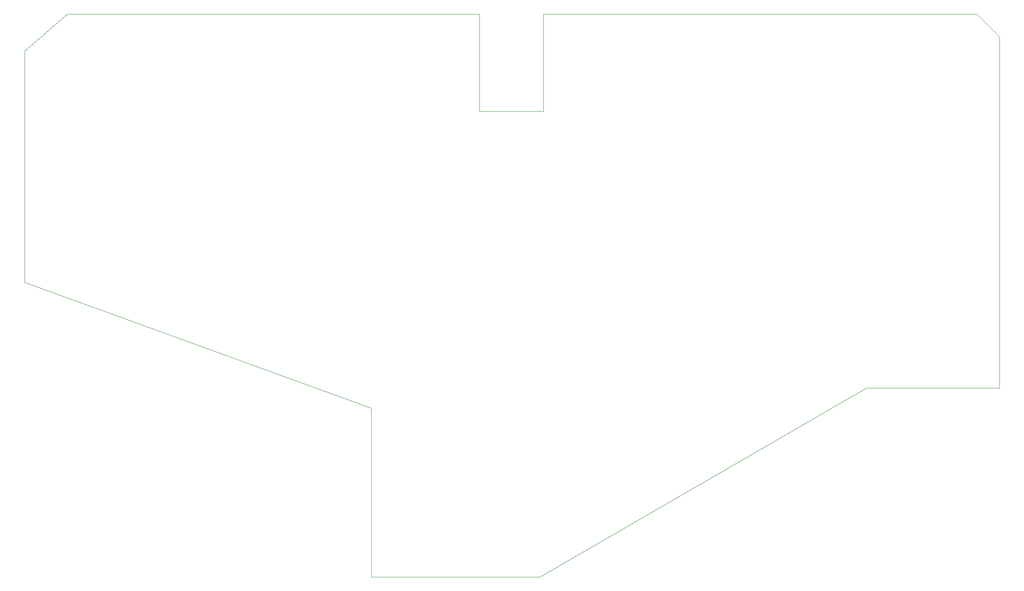
<source format=gbr>
%TF.GenerationSoftware,KiCad,Pcbnew,9.0.2*%
%TF.CreationDate,2025-06-17T17:20:09-07:00*%
%TF.ProjectId,daughter_board,64617567-6874-4657-925f-626f6172642e,rev?*%
%TF.SameCoordinates,Original*%
%TF.FileFunction,Profile,NP*%
%FSLAX46Y46*%
G04 Gerber Fmt 4.6, Leading zero omitted, Abs format (unit mm)*
G04 Created by KiCad (PCBNEW 9.0.2) date 2025-06-17 17:20:09*
%MOMM*%
%LPD*%
G01*
G04 APERTURE LIST*
%TA.AperFunction,Profile*%
%ADD10C,0.050000*%
%TD*%
G04 APERTURE END LIST*
D10*
X60750000Y-33750000D02*
X51750000Y-41500000D01*
X257000000Y-38500000D02*
X252250000Y-33750000D01*
X147500000Y-54250000D02*
X161000000Y-54250000D01*
X252250000Y-33750000D02*
X161000000Y-33750000D01*
X229000000Y-112500000D02*
X257000000Y-112500000D01*
X51750000Y-41500000D02*
X51750000Y-90250000D01*
X161000000Y-54250000D02*
X161000000Y-33750000D01*
X124750000Y-152250000D02*
X160250000Y-152250000D01*
X147500000Y-33750000D02*
X147500000Y-54250000D01*
X124750000Y-116750000D02*
X124750000Y-152250000D01*
X60750000Y-33750000D02*
X147500000Y-33750000D01*
X51750000Y-90250000D02*
X124750000Y-116750000D01*
X160250000Y-152250000D02*
X229000000Y-112500000D01*
X257000000Y-112500000D02*
X257000000Y-38500000D01*
M02*

</source>
